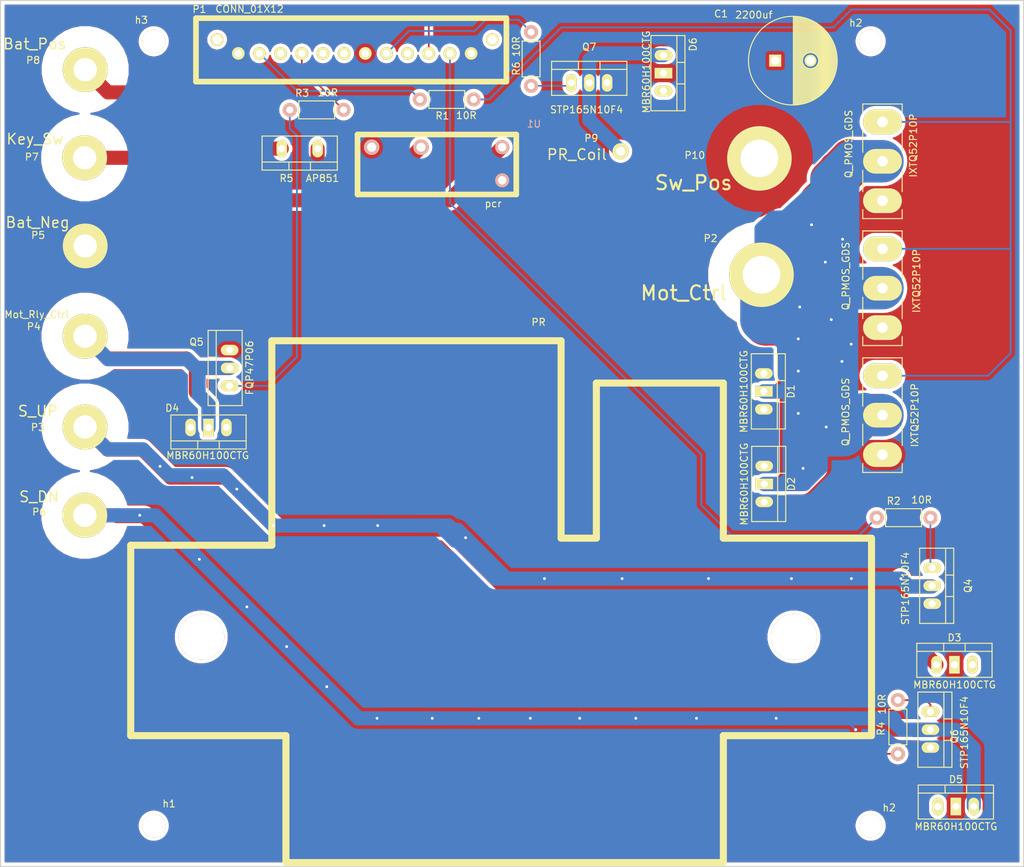
<source format=kicad_pcb>
(kicad_pcb (version 20171130) (host pcbnew 5.1.0-060a0da~80~ubuntu16.04.1)
  (layers (0 F.Cu signal) (31 B.Cu signal) (34 B.Paste user) (35 F.Paste user) (36 B.SilkS user) (37 F.SilkS user) (38 B.Mask user) (39 F.Mask user) (44 Edge.Cuts user))
  (net 0 "")
  (net 1 GNDPWR)
  (net 2 +12V)
  (net 3 "Net-(D1-Pad1)")
  (net 4 "Net-(D3-Pad2)")
  (net 5 "Net-(D4-Pad1)")
  (net 6 "Net-(D5-Pad2)")
  (net 7 "Net-(D6-Pad2)")
  (net 8 NMOS_S_UP)
  (net 9 NMOS_S_DN)
  (net 10 "Net-(P1-Pad4)")
  (net 11 NMOS_PR)
  (net 12 "Net-(P1-Pad7)")
  (net 13 "Net-(P1-Pad8)")
  (net 14 1PMOS)
  (net 15 "Net-(P1-Pad10)")
  (net 16 "Net-(P1-Pad11)")
  (net 17 "Net-(P7-Pad1)")
  (net 18 "Net-(P8-Pad1)")
  (net 19 3PMOS)
  (net 20 "Net-(Q4-Pad1)")
  (net 21 "Net-(Q5-Pad1)")
  (net 22 "Net-(Q6-Pad1)")
  (net 23 "Net-(Q7-Pad1)")
  (net 24 "Net-(R5-Pad1)")
  (module Diodes_ThroughHole:Diode_TO-220_Dual_CommonCathode_Vertical (layer F.Cu) (at 182.86254 141.5)
    (fp_text reference D5 (at 2.54762 -3.83794) (layer F.SilkS))
    (fp_text value MBR60H100CTG (at 2.55778 2.83972) (layer F.SilkS))
    (pad 2 thru_hole rect (at 2.53746 0 90) (size 2.49936 1.50114) (drill 1.00076) (layers *.Cu *.Mask F.SilkS) (net 2 +12V))
    (pad 1 thru_hole oval (at -0.00254 0 90) (size 2.49936 1.50114) (drill 1.00076) (layers *.Cu *.Mask F.SilkS))
    (pad 3 thru_hole oval (at 5.07746 0 90) (size 2.49936 1.50114) (drill 1.00076) (layers *.Cu *.Mask F.SilkS) (net 6 "Net-(D5-Pad2)"))
  )
  (module footprint:0.130'' (layer F.Cu) (at 59.925 47.5)
    (fp_text reference P7 (at -5.495 1.89) (layer F.SilkS))
    (fp_text value Key_Sw (at -5.05 -0.65) (layer F.SilkS) (effects (font (size 1.5 1.5) (thickness 0.2))))
    (pad 1 thru_hole circle (at 2 2) (size 6.35 6.35) (drill 3.302) (layers *.Cu *.Mask F.SilkS) (net 17 "Net-(P7-Pad1)") (clearance 3))
  )
  (module footprint:PR (layer F.Cu) (at 162.45 117.45 180)
    (fp_text reference PR (at 36.19 44.63 180) (layer F.SilkS))
    (fp_text value PR)
    (pad "" thru_hole circle (at 0 0 180) (size 6.5 6.5) (drill 6.5) (layers *.Cu *.Mask F.SilkS))
    (pad "" thru_hole circle (at 84 0 180) (size 6.5 6.5) (drill 6.5) (layers *.Cu *.Mask F.SilkS))
  )
  (module footprint:connnector12-1 (layer F.Cu) (at 116.7 34.7 180)
    (fp_text reference P1 (at 38.51 6.26 180) (layer F.SilkS))
    (fp_text value CONN_01X12 (at 31.41 6.29 180) (layer F.SilkS))
    (pad 1 thru_hole circle (at 0 0 180) (size 1.8 1.8) (drill 1.06) (layers *.Cu *.Mask F.SilkS) (net 1 GNDPWR))
    (pad 2 thru_hole circle (at 3 0 180) (size 1.8 1.8) (drill 1.06) (layers *.Cu *.Mask F.SilkS) (net 8 NMOS_S_UP))
    (pad 3 thru_hole circle (at 6 0 180) (size 1.8 1.8) (drill 1.06) (layers *.Cu *.Mask F.SilkS) (net 9 NMOS_S_DN))
    (pad 4 thru_hole circle (at 9 0 180) (size 1.8 1.8) (drill 1.06) (layers *.Cu *.Mask F.SilkS) (net 10 "Net-(P1-Pad4)"))
    (pad 5 thru_hole circle (at 12 0 180) (size 1.8 1.8) (drill 1.06) (layers *.Cu *.Mask F.SilkS) (net 11 NMOS_PR))
    (pad 6 thru_hole circle (at 15 0 180) (size 1.8 1.8) (drill 1.06) (layers *.Cu *.Mask F.SilkS) (net 2 +12V))
    (pad 7 thru_hole circle (at 18 0 180) (size 1.8 1.8) (drill 1.06) (layers *.Cu *.Mask F.SilkS) (net 12 "Net-(P1-Pad7)"))
    (pad 8 thru_hole circle (at 21 0 180) (size 1.8 1.8) (drill 1.06) (layers *.Cu *.Mask F.SilkS) (net 13 "Net-(P1-Pad8)"))
    (pad 9 thru_hole circle (at 24 0 180) (size 1.8 1.8) (drill 1.06) (layers *.Cu *.Mask F.SilkS) (net 14 1PMOS))
    (pad 10 thru_hole circle (at 27 0 180) (size 1.8 1.8) (drill 1.06) (layers *.Cu *.Mask F.SilkS) (net 15 "Net-(P1-Pad10)"))
    (pad 11 thru_hole circle (at 30 0 180) (size 1.8 1.8) (drill 1.06) (layers *.Cu *.Mask F.SilkS) (net 16 "Net-(P1-Pad11)"))
    (pad 12 thru_hole circle (at 33 0 180) (size 1.8 1.8) (drill 1.06) (layers *.Cu *.Mask F.SilkS) (net 1 GNDPWR))
    (pad "" thru_hole circle (at -3 1.96 180) (size 1.8 1.8) (drill 1.27) (layers *.Cu *.Mask F.SilkS))
    (pad "" thru_hole circle (at 36 1.96 180) (size 1.8 1.8) (drill 1.27) (layers *.Cu *.Mask F.SilkS))
  )
  (module footprint:PCR (layer B.Cu) (at 121.1 52.7 180)
    (fp_text reference U1 (at -4.5 8 180) (layer B.SilkS) (effects (justify mirror)))
    (fp_text value pcr (at 1.27 -3.3 180) (layer F.SilkS))
    (pad A2 thru_hole circle (at 0 0 180) (size 2 2) (drill 1.2) (layers *.Cu *.Mask B.SilkS) (net 1 GNDPWR))
    (pad A1 thru_hole circle (at 0 4.7 180) (size 2 2) (drill 1.2) (layers *.Cu *.Mask B.SilkS) (net 17 "Net-(P7-Pad1)"))
    (pad 11 thru_hole circle (at 11.5 4.7 180) (size 2.2 2.2) (drill 1.3) (layers *.Cu *.Mask B.SilkS) (net 24 "Net-(R5-Pad1)"))
    (pad 14 thru_hole circle (at 18.5 4.7 180) (size 2.2 2.2) (drill 1.3) (layers *.Cu *.Mask B.SilkS) (net 2 +12V))
  )
  (module footprint:0.210'' (layer F.Cu) (at 154.06 45.09)
    (fp_text reference P10 (at -5.66 4.06) (layer F.SilkS))
    (fp_text value Sw_Pos (at -5.835 7.96) (layer F.SilkS) (effects (font (size 2 2) (thickness 0.3))))
    (pad 1 thru_hole circle (at 3.5 4.5) (size 9.144 9.144) (drill 5.334) (layers *.Cu *.Mask F.SilkS) (net 2 +12V))
  )
  (module footprint:0.130'' (layer F.Cu) (at 60 35)
    (fp_text reference P8 (at -5.38 0.67) (layer F.SilkS))
    (fp_text value Bat_Pos hide)
    (pad 1 thru_hole circle (at 2 2) (size 6.35 6.35) (drill 3.302) (layers *.Cu *.Mask F.SilkS) (net 18 "Net-(P8-Pad1)"))
  )
  (module footprint:M_HOLE (layer F.Cu) (at 68.2 136.6)
    (fp_text reference h1 (at 5.69 4.51) (layer F.SilkS))
    (fp_text value M_HOLE hide)
    (pad 1 thru_hole circle (at 3.515 7.62) (size 3.2766 3.2766) (drill 3.2766) (layers *.Cu *.Mask F.SilkS))
  )
  (module footprint:M_HOLE (layer F.Cu) (at 174.4 133.6)
    (fp_text reference h2 (at 1.55 8.08) (layer F.SilkS))
    (fp_text value M_HOLE hide)
    (pad 1 thru_hole circle (at -1.075 10.62) (size 3.2766 3.2766) (drill 3.2766) (layers *.Cu *.Mask F.SilkS))
  )
  (module footprint:M_HOLE (layer F.Cu) (at 68 34.4)
    (fp_text reference h3 (at 1.96 -4.43) (layer F.SilkS))
    (fp_text value M_HOLE hide)
    (pad 1 thru_hole circle (at 3.715 -1.42) (size 3.2766 3.2766) (drill 3.2766) (layers *.Cu *.Mask F.SilkS))
  )
  (module footprint:M_HOLE (layer F.Cu) (at 174.4 33)
    (fp_text reference h2 (at -3.18 -2.62) (layer F.SilkS))
    (fp_text value M_HOLE hide)
    (pad 1 thru_hole circle (at -1.075 -0.02) (size 3.2766 3.2766) (drill 3.2766) (layers *.Cu *.Mask F.SilkS))
  )
  (module Capacitors_ThroughHole:C_Radial_D12.5_L25_P5 (layer F.Cu) (at 159.8 35.725)
    (fp_text reference C1 (at -7.68 -6.645) (layer F.SilkS))
    (fp_text value 2200uf (at -3.02 -6.485) (layer F.SilkS))
    (pad 2 thru_hole circle (at 5 0) (size 1.7 1.7) (drill 1.2) (layers *.Cu *.Mask F.SilkS) (net 1 GNDPWR))
    (pad 1 thru_hole rect (at 0 0) (size 1.7 1.7) (drill 1.2) (layers *.Cu *.Mask F.SilkS) (net 2 +12V))
  )
  (module Diodes_ThroughHole:Diode_TO-220_Dual_CommonCathode_Vertical (layer F.Cu) (at 158.19 80.09 270)
    (fp_text reference D1 (at 2.54762 -3.83794 270) (layer F.SilkS))
    (fp_text value MBR60H100CTG (at 2.55778 2.83972 270) (layer F.SilkS))
    (pad 2 thru_hole rect (at 2.53746 0) (size 2.49936 1.50114) (drill 1.00076) (layers *.Cu *.Mask F.SilkS) (net 3 "Net-(D1-Pad1)"))
    (pad 1 thru_hole oval (at -0.00254 0) (size 2.49936 1.50114) (drill 1.00076) (layers *.Cu *.Mask F.SilkS) (net 1 GNDPWR))
    (pad 3 thru_hole oval (at 5.07746 0) (size 2.49936 1.50114) (drill 1.00076) (layers *.Cu *.Mask F.SilkS) (net 1 GNDPWR))
  )
  (module Diodes_ThroughHole:Diode_TO-220_Dual_CommonCathode_Vertical (layer F.Cu) (at 158.242 93.22054 270)
    (fp_text reference D2 (at 2.54762 -3.83794 270) (layer F.SilkS))
    (fp_text value MBR60H100CTG (at 2.55778 2.83972 270) (layer F.SilkS))
    (pad 2 thru_hole rect (at 2.53746 0) (size 2.49936 1.50114) (drill 1.00076) (layers *.Cu *.Mask F.SilkS) (net 3 "Net-(D1-Pad1)"))
    (pad 1 thru_hole oval (at -0.00254 0) (size 2.49936 1.50114) (drill 1.00076) (layers *.Cu *.Mask F.SilkS) (net 1 GNDPWR))
    (pad 3 thru_hole oval (at 5.07746 0) (size 2.49936 1.50114) (drill 1.00076) (layers *.Cu *.Mask F.SilkS) (net 1 GNDPWR))
  )
  (module Diodes_ThroughHole:Diode_TO-220_Dual_CommonCathode_Vertical (layer F.Cu) (at 182.66254 121.4)
    (fp_text reference D3 (at 2.54762 -3.83794) (layer F.SilkS))
    (fp_text value MBR60H100CTG (at 2.55778 2.83972) (layer F.SilkS))
    (pad 2 thru_hole rect (at 2.53746 0 90) (size 2.49936 1.50114) (drill 1.00076) (layers *.Cu *.Mask F.SilkS) (net 2 +12V))
    (pad 1 thru_hole oval (at -0.00254 0 90) (size 2.49936 1.50114) (drill 1.00076) (layers *.Cu *.Mask F.SilkS) (net 4 "Net-(D3-Pad2)"))
    (pad 3 thru_hole oval (at 5.07746 0 90) (size 2.49936 1.50114) (drill 1.00076) (layers *.Cu *.Mask F.SilkS))
  )
  (module Diodes_ThroughHole:Diode_TO-220_Dual_CommonCathode_Vertical (layer F.Cu) (at 82.01246 87.75 180)
    (fp_text reference D4 (at 7.67746 2.755 180) (layer F.SilkS))
    (fp_text value MBR60H100CTG (at 2.65246 -3.97 180) (layer F.SilkS))
    (pad 2 thru_hole rect (at 2.53746 0 270) (size 2.49936 1.50114) (drill 1.00076) (layers *.Cu *.Mask F.SilkS) (net 5 "Net-(D4-Pad1)"))
    (pad 1 thru_hole oval (at -0.00254 0 270) (size 2.49936 1.50114) (drill 1.00076) (layers *.Cu *.Mask F.SilkS) (net 1 GNDPWR))
    (pad 3 thru_hole oval (at 5.07746 0 270) (size 2.49936 1.50114) (drill 1.00076) (layers *.Cu *.Mask F.SilkS) (net 1 GNDPWR))
  )
  (module Diodes_ThroughHole:Diode_TO-220_Dual_CommonCathode_Vertical (layer F.Cu) (at 143.96 34.96 270)
    (fp_text reference D6 (at -1.535 -4.19 270) (layer F.SilkS))
    (fp_text value MBR60H100CTG (at 2.365 2.435 270) (layer F.SilkS))
    (pad 2 thru_hole rect (at 2.53746 0) (size 2.49936 1.50114) (drill 1.00076) (layers *.Cu *.Mask F.SilkS) (net 2 +12V))
    (pad 1 thru_hole oval (at -0.00254 0) (size 2.49936 1.50114) (drill 1.00076) (layers *.Cu *.Mask F.SilkS) (net 7 "Net-(D6-Pad2)"))
    (pad 3 thru_hole oval (at 5.07746 0) (size 2.49936 1.50114) (drill 1.00076) (layers *.Cu *.Mask F.SilkS))
  )
  (module footprint:0.210'' (layer F.Cu) (at 154.36 61.59)
    (fp_text reference P2 (at -3.72 -0.66) (layer F.SilkS))
    (fp_text value Mot_Ctrl (at -7.535 7.085) (layer F.SilkS) (effects (font (size 2 2) (thickness 0.3))))
    (pad 1 thru_hole circle (at 3.5 4.5) (size 9.144 9.144) (drill 5.334) (layers *.Cu *.Mask F.SilkS) (net 3 "Net-(D1-Pad1)"))
  )
  (module footprint:0.130'' (layer F.Cu) (at 59.975 85.675)
    (fp_text reference P3 (at -4.685 2.055) (layer F.SilkS))
    (fp_text value S_UP (at -4.69 -0.25) (layer F.SilkS) (effects (font (size 1.5 1.5) (thickness 0.2))))
    (pad 1 thru_hole circle (at 2 2) (size 6.35 6.35) (drill 3.302) (layers *.Cu *.Mask F.SilkS) (net 4 "Net-(D3-Pad2)"))
  )
  (module footprint:0.130'' (layer F.Cu) (at 59.975 72.8)
    (fp_text reference P4 (at -5.255 0.64) (layer F.SilkS))
    (fp_text value Mot_Rly_Ctrl (at -4.83 -1.07) (layer F.SilkS))
    (pad 1 thru_hole circle (at 2 2) (size 6.35 6.35) (drill 3.302) (layers *.Cu *.Mask F.SilkS) (net 5 "Net-(D4-Pad1)"))
  )
  (module footprint:0.130'' (layer F.Cu) (at 60 60)
    (fp_text reference P5 (at -4.67 0.49) (layer F.SilkS))
    (fp_text value Bat_Neg (at -4.75 -1.325) (layer F.SilkS) (effects (font (size 1.5 1.5) (thickness 0.2))))
    (pad 1 thru_hole circle (at 2 2) (size 6.35 6.35) (drill 3.302) (layers *.Cu *.Mask F.SilkS) (net 1 GNDPWR))
  )
  (module footprint:0.130'' (layer F.Cu) (at 59.95 98.2)
    (fp_text reference P6 (at -4.48 1.53) (layer F.SilkS))
    (fp_text value S_DN (at -4.49 -0.62) (layer F.SilkS) (effects (font (size 1.5 1.5) (thickness 0.2))))
    (pad 1 thru_hole circle (at 2 2) (size 6.35 6.35) (drill 3.302) (layers *.Cu *.Mask F.SilkS) (net 6 "Net-(D5-Pad2)"))
  )
  (module footprint:0.05'' (layer F.Cu) (at 135.39 47.07)
    (fp_text reference P9 (at -1.66 -0.35) (layer F.SilkS))
    (fp_text value PR_Coil (at -3.69 1.98) (layer F.SilkS) (effects (font (size 1.5 1.5) (thickness 0.2))))
    (pad 1 thru_hole circle (at 2.5 1.5) (size 2.286 2.286) (drill 1.27) (layers *.Cu *.Mask F.SilkS) (net 7 "Net-(D6-Pad2)"))
  )
  (module TO_SOT_Packages_THT:TO-247_Vertical_Neutral123_largePads (layer F.Cu) (at 175 68 270)
    (fp_text reference "IXTQ52P10P " (at -1.41 -4.83 270) (layer F.SilkS))
    (fp_text value Q_PMOS_GDS (at -1.72 5.19 270) (layer F.SilkS))
    (pad 2 thru_hole oval (at 0 0) (size 5.50164 3.50012) (drill 1.50114) (layers *.Cu *.Mask F.SilkS) (net 3 "Net-(D1-Pad1)"))
    (pad 1 thru_hole oval (at -5.588 0) (size 5.50164 3.50012) (drill 1.50114) (layers *.Cu *.Mask F.SilkS) (net 19 3PMOS))
    (pad 3 thru_hole oval (at 5.588 0) (size 5.50164 3.50012) (drill 1.50114) (layers *.Cu *.Mask F.SilkS) (net 2 +12V))
  )
  (module TO_SOT_Packages_THT:TO-247_Vertical_Neutral123_largePads (layer F.Cu) (at 175 86 270)
    (fp_text reference "IXTQ52P10P " (at -0.36 -4.58 270) (layer F.SilkS))
    (fp_text value Q_PMOS_GDS (at -0.45 5.21 270) (layer F.SilkS))
    (pad 2 thru_hole oval (at 0 0) (size 5.50164 3.50012) (drill 1.50114) (layers *.Cu *.Mask F.SilkS) (net 3 "Net-(D1-Pad1)"))
    (pad 1 thru_hole oval (at -5.588 0) (size 5.50164 3.50012) (drill 1.50114) (layers *.Cu *.Mask F.SilkS) (net 19 3PMOS))
    (pad 3 thru_hole oval (at 5.588 0) (size 5.50164 3.50012) (drill 1.50114) (layers *.Cu *.Mask F.SilkS) (net 2 +12V))
  )
  (module TO_SOT_Packages_THT:TO-247_Vertical_Neutral123_largePads (layer F.Cu) (at 175 50 270)
    (fp_text reference "IXTQ52P10P " (at -2.62 -4.37 270) (layer F.SilkS))
    (fp_text value Q_PMOS_GDS (at -2.45 4.78 270) (layer F.SilkS))
    (pad 2 thru_hole oval (at 0 0) (size 5.50164 3.50012) (drill 1.50114) (layers *.Cu *.Mask F.SilkS) (net 3 "Net-(D1-Pad1)"))
    (pad 1 thru_hole oval (at -5.588 0) (size 5.50164 3.50012) (drill 1.50114) (layers *.Cu *.Mask F.SilkS) (net 19 3PMOS))
    (pad 3 thru_hole oval (at 5.588 0) (size 5.50164 3.50012) (drill 1.50114) (layers *.Cu *.Mask F.SilkS) (net 2 +12V))
  )
  (module TO_SOT_Packages_THT:TO-220_Neutral123_Vertical (layer F.Cu) (at 182.05 110.2 270)
    (fp_text reference Q4 (at 0 -5.08 270) (layer F.SilkS))
    (fp_text value "STP165N10F4 " (at 0 3.81 270) (layer F.SilkS))
    (pad 2 thru_hole oval (at 0 0) (size 2.49936 1.50114) (drill 1.00076) (layers *.Cu *.Mask F.SilkS) (net 4 "Net-(D3-Pad2)"))
    (pad 1 thru_hole oval (at -2.54 0) (size 2.49936 1.50114) (drill 1.00076) (layers *.Cu *.Mask F.SilkS) (net 20 "Net-(Q4-Pad1)"))
    (pad 3 thru_hole oval (at 2.54 0) (size 2.49936 1.50114) (drill 1.00076) (layers *.Cu *.Mask F.SilkS) (net 1 GNDPWR))
  )
  (module TO_SOT_Packages_THT:TO-220_Neutral123_Vertical (layer F.Cu) (at 82.47 79.31 90)
    (fp_text reference Q5)
    (fp_text value "FQP47P06 " (at 0.41 2.83 90) (layer F.SilkS))
    (pad 2 thru_hole oval (at 0 0 180) (size 2.49936 1.50114) (drill 1.00076) (layers *.Cu *.Mask F.SilkS) (net 5 "Net-(D4-Pad1)"))
    (pad 1 thru_hole oval (at -2.54 0 180) (size 2.49936 1.50114) (drill 1.00076) (layers *.Cu *.Mask F.SilkS) (net 21 "Net-(Q5-Pad1)"))
    (pad 3 thru_hole oval (at 2.54 0 180) (size 2.49936 1.50114) (drill 1.00076) (layers *.Cu *.Mask F.SilkS) (net 2 +12V))
  )
  (module TO_SOT_Packages_THT:TO-220_Neutral123_Vertical (layer F.Cu) (at 181.8 130.6 270)
    (fp_text reference Q6 (at 0.95 -3.41 270) (layer F.SilkS))
    (fp_text value "STP165N10F4 " (at 0.025 -4.8 270) (layer F.SilkS))
    (pad 2 thru_hole oval (at 0 0) (size 2.49936 1.50114) (drill 1.00076) (layers *.Cu *.Mask F.SilkS) (net 6 "Net-(D5-Pad2)"))
    (pad 1 thru_hole oval (at -2.54 0) (size 2.49936 1.50114) (drill 1.00076) (layers *.Cu *.Mask F.SilkS) (net 22 "Net-(Q6-Pad1)"))
    (pad 3 thru_hole oval (at 2.54 0) (size 2.49936 1.50114) (drill 1.00076) (layers *.Cu *.Mask F.SilkS) (net 1 GNDPWR))
  )
  (module TO_SOT_Packages_THT:TO-220_Neutral123_Vertical (layer F.Cu) (at 133.44 38.87)
    (fp_text reference Q7 (at 0 -5.08) (layer F.SilkS))
    (fp_text value "STP165N10F4 " (at 0 3.81) (layer F.SilkS))
    (pad 2 thru_hole oval (at 0 0 90) (size 2.49936 1.50114) (drill 1.00076) (layers *.Cu *.Mask F.SilkS) (net 7 "Net-(D6-Pad2)"))
    (pad 1 thru_hole oval (at -2.54 0 90) (size 2.49936 1.50114) (drill 1.00076) (layers *.Cu *.Mask F.SilkS) (net 23 "Net-(Q7-Pad1)"))
    (pad 3 thru_hole oval (at 2.54 0 90) (size 2.49936 1.50114) (drill 1.00076) (layers *.Cu *.Mask F.SilkS) (net 1 GNDPWR))
  )
  (module Resistors_ThroughHole:Resistor_Horizontal_RM7mm (layer F.Cu) (at 109.44 41.23)
    (fp_text reference R1 (at 3.19 2.32) (layer F.SilkS))
    (fp_text value 10R (at 6.58 2.27) (layer F.SilkS))
    (pad 1 thru_hole circle (at 0 0) (size 1.99898 1.99898) (drill 1.00076) (layers *.Cu *.SilkS *.Mask) (net 16 "Net-(P1-Pad11)"))
    (pad 2 thru_hole circle (at 7.62 0) (size 1.99898 1.99898) (drill 1.00076) (layers *.Cu *.SilkS *.Mask) (net 19 3PMOS))
  )
  (module Resistors_ThroughHole:Resistor_Horizontal_RM7mm (layer F.Cu) (at 181.8 100.54 180)
    (fp_text reference R2 (at 5.21 2.36 180) (layer F.SilkS))
    (fp_text value 10R (at 1.25 2.52 180) (layer F.SilkS))
    (pad 1 thru_hole circle (at 0 0 180) (size 1.99898 1.99898) (drill 1.00076) (layers *.Cu *.SilkS *.Mask) (net 20 "Net-(Q4-Pad1)"))
    (pad 2 thru_hole circle (at 7.62 0 180) (size 1.99898 1.99898) (drill 1.00076) (layers *.Cu *.SilkS *.Mask) (net 8 NMOS_S_UP))
  )
  (module Resistors_ThroughHole:Resistor_Horizontal_RM7mm (layer F.Cu) (at 91 42.71)
    (fp_text reference R3 (at 1.75 -2.38) (layer F.SilkS))
    (fp_text value 10R (at 5.37 -2.44) (layer F.SilkS))
    (pad 1 thru_hole circle (at 0 0) (size 1.99898 1.99898) (drill 1.00076) (layers *.Cu *.SilkS *.Mask) (net 21 "Net-(Q5-Pad1)"))
    (pad 2 thru_hole circle (at 7.62 0) (size 1.99898 1.99898) (drill 1.00076) (layers *.Cu *.SilkS *.Mask) (net 14 1PMOS))
  )
  (module Resistors_ThroughHole:Resistor_Horizontal_RM7mm (layer F.Cu) (at 177.19 126.41 270)
    (fp_text reference R4 (at 4.05 2.4 270) (layer F.SilkS))
    (fp_text value 22)
    (pad 1 thru_hole circle (at 0 0 270) (size 1.99898 1.99898) (drill 1.00076) (layers *.Cu *.SilkS *.Mask) (net 22 "Net-(Q6-Pad1)"))
    (pad 2 thru_hole circle (at 7.62 0 270) (size 1.99898 1.99898) (drill 1.00076) (layers *.Cu *.SilkS *.Mask) (net 9 NMOS_S_DN))
  )
  (module Resistors_ThroughHole:Resistor_TO-220_Vertical (layer F.Cu) (at 92.4 48.2 180)
    (fp_text reference R5 (at 1.87 -4.21 180) (layer F.SilkS))
    (fp_text value AP851 (at -3.24 -4.21 180) (layer F.SilkS))
    (pad 1 thru_hole oval (at -2.54 0 270) (size 2.49936 1.50114) (drill 1.00076) (layers *.Cu *.Mask F.SilkS) (net 24 "Net-(R5-Pad1)"))
    (pad 2 thru_hole oval (at 2.54 0 270) (size 2.49936 1.50114) (drill 1.00076) (layers *.Cu *.Mask F.SilkS) (net 18 "Net-(P8-Pad1)"))
  )
  (module Resistors_ThroughHole:Resistor_Horizontal_RM7mm (layer F.Cu) (at 125.2 39.3 90)
    (fp_text reference R6 (at 2.45 -2.11 90) (layer F.SilkS))
    (fp_text value 10R (at 5.57 -2.11 90) (layer F.SilkS))
    (pad 1 thru_hole circle (at 0 0 90) (size 1.99898 1.99898) (drill 1.00076) (layers *.Cu *.SilkS *.Mask) (net 23 "Net-(Q7-Pad1)"))
    (pad 2 thru_hole circle (at 7.62 0 90) (size 1.99898 1.99898) (drill 1.00076) (layers *.Cu *.SilkS *.Mask) (net 11 NMOS_PR))
  )
  (gr_text "Q5\n" (at 77.775 75.625) (layer F.SilkS) (effects (font (size 1 1))))
  (gr_text 10R (at 174.94 126.99 90) (layer F.SilkS) (effects (font (size 1 1))))
  (gr_text Bat_Pos (at 54.85 33.36) (layer F.SilkS) (effects (font (size 1.5 1.5) (thickness 0.2))))
  (gr_line (start 50 94) (end 50 150) (angle 90) (layer Edge.Cuts) (width 0.15))
  (gr_line (start 50 27.2) (end 50 94) (angle 90) (layer Edge.Cuts) (width 0.15))
  (gr_line (start 50.2 27.2) (end 50 27.2) (angle 90) (layer Edge.Cuts) (width 0.15))
  (gr_line (start 195 27.2) (end 50.2 27.2) (angle 90) (layer Edge.Cuts) (width 0.15))
  (gr_line (start 195 150) (end 195 27.2) (angle 90) (layer Edge.Cuts) (width 0.15))
  (gr_line (start 50 150) (end 195 150) (angle 90) (layer Edge.Cuts) (width 0.15))
  (segment (start 159.77 68) (end 165.37 68) (width 5) (layer F.Cu) (net 3))
  (segment (start 162.431999 73.131999) (end 165.37 76.07) (width 5) (layer F.Cu) (net 3))
  (segment (start 165.37 76.07) (end 165.37 68) (width 5) (layer F.Cu) (net 3))
  (segment (start 165.805 58.145) (end 165.37 58.58) (width 5) (layer F.Cu) (net 3))
  (segment (start 165.805 55.575) (end 165.805 58.145) (width 5) (layer F.Cu) (net 3))
  (segment (start 165.805 55.575) (end 169.555 51.825) (width 5) (layer F.Cu) (net 3))
  (segment (start 165.37 68) (end 168.65 68) (width 5) (layer F.Cu) (net 3))
  (segment (start 168.65 68) (end 175 68) (width 5) (layer F.Cu) (net 3))
  (segment (start 157.86 66.09) (end 164.325784 66.09) (width 5) (layer F.Cu) (net 3))
  (segment (start 159.77 68) (end 157.86 66.09) (width 6) (layer F.Cu) (net 3))
  (segment (start 175 50) (end 172.586784 50) (width 6) (layer F.Cu) (net 3))
  (segment (start 172.586784 50) (end 171.38 50) (width 6) (layer F.Cu) (net 3))
  (segment (start 175 86) (end 169.566 86) (width 6) (layer F.Cu) (net 3))
  (segment (start 169.566 86) (end 169.312 86) (width 6) (layer F.Cu) (net 3))
  (segment (start 163.068 71.298) (end 157.86 66.09) (width 6) (layer F.Cu) (net 3))
  (segment (start 163.068 79.756) (end 163.068 71.298) (width 6) (layer F.Cu) (net 3))
  (segment (start 157.86 72.555784) (end 158.436215 73.131999) (width 6) (layer F.Cu) (net 3))
  (segment (start 158.436215 73.131999) (end 162.431999 73.131999) (width 6) (layer F.Cu) (net 3))
  (segment (start 157.86 66.09) (end 157.86 72.555784) (width 6) (layer F.Cu) (net 3))
  (segment (start 172.586784 86) (end 172.438784 85.852) (width 6) (layer B.Cu) (net 3))
  (segment (start 175 86) (end 172.586784 86) (width 6) (layer B.Cu) (net 3))
  (segment (start 169.04917 68.04283) (end 165.97683 68.04283) (width 6) (layer B.Cu) (net 3))
  (segment (start 169.092 68) (end 169.04917 68.04283) (width 6) (layer B.Cu) (net 3))
  (segment (start 165.97683 68.04283) (end 165.934 68) (width 6) (layer B.Cu) (net 3))
  (segment (start 175 68) (end 169.092 68) (width 6) (layer B.Cu) (net 3))
  (segment (start 175 50) (end 170.726 50) (width 6) (layer B.Cu) (net 3))
  (segment (start 170.726 50) (end 167.748 52.978) (width 6) (layer B.Cu) (net 3))
  (segment (start 167.748 84.436) (end 169.164 85.852) (width 6) (layer B.Cu) (net 3))
  (segment (start 157.86 72.555784) (end 158.18 72.875784) (width 6) (layer B.Cu) (net 3))
  (segment (start 157.86 66.09) (end 157.86 72.555784) (width 6) (layer B.Cu) (net 3))
  (segment (start 158.18 72.875784) (end 160.765784 72.875784) (width 6) (layer B.Cu) (net 3))
  (segment (start 160.765784 72.875784) (end 163.068 75.178) (width 6) (layer B.Cu) (net 3))
  (segment (start 163.068 79.756) (end 163.068 75.178) (width 6) (layer B.Cu) (net 3))
  (segment (start 157.86 66.09) (end 162.431999 61.518001) (width 6) (layer B.Cu) (net 3))
  (segment (start 163.272001 70.661999) (end 165.934 68) (width 6) (layer B.Cu) (net 3))
  (segment (start 162.431999 70.661999) (end 163.272001 70.661999) (width 6) (layer B.Cu) (net 3))
  (segment (start 157.86 66.09) (end 162.431999 70.661999) (width 6) (layer B.Cu) (net 3))
  (segment (start 157.86 66.09) (end 162.59 66.09) (width 6) (layer B.Cu) (net 3))
  (segment (start 167.748 86.96168) (end 167.748 84.436) (width 2) (layer B.Cu) (net 3))
  (segment (start 165.934 85.796) (end 165.934 82.622) (width 2) (layer B.Cu) (net 3))
  (segment (start 164.47 89.89) (end 164.64484 90.06484) (width 2) (layer B.Cu) (net 3))
  (segment (start 164.64484 87.08516) (end 164.99 86.74) (width 2) (layer B.Cu) (net 3))
  (segment (start 164.99 86.74) (end 165.934 85.796) (width 2) (layer B.Cu) (net 3))
  (segment (start 164.64484 90.06484) (end 164.64484 87.08516) (width 2) (layer B.Cu) (net 3))
  (segment (start 164.99 86.74) (end 166.09 86.74) (width 2) (layer B.Cu) (net 3))
  (segment (start 166.09 86.74) (end 167.02984 87.67984) (width 2) (layer B.Cu) (net 3))
  (segment (start 167.02984 87.67984) (end 167.748 86.96168) (width 2) (layer B.Cu) (net 3))
  (segment (start 164.64484 90.06484) (end 167.02984 87.67984) (width 2) (layer B.Cu) (net 3))
  (segment (start 169.312 86) (end 168.811 85.499) (width 6) (layer F.Cu) (net 3))
  (via (at 163.068 75.178) (size 0.6) (drill 0.4) (layers F.Cu B.Cu) (net 3))
  (segment (start 165.794 72.452) (end 163.068 75.178) (width 0.25) (layer B.Cu) (net 3))
  (segment (start 167.748 72.452) (end 165.794 72.452) (width 0.25) (layer B.Cu) (net 3))
  (via (at 163.068 79.756) (size 0.6) (drill 0.4) (layers F.Cu B.Cu) (net 3))
  (segment (start 167.748 75.076) (end 163.068 79.756) (width 0.25) (layer B.Cu) (net 3))
  (segment (start 167.748 72.452) (end 167.748 75.076) (width 0.25) (layer B.Cu) (net 3))
  (via (at 163.272001 70.661999) (size 0.6) (drill 0.4) (layers F.Cu B.Cu) (net 3))
  (segment (start 161.378216 72.555784) (end 163.272001 70.661999) (width 0.25) (layer B.Cu) (net 3))
  (segment (start 157.86 72.555784) (end 161.378216 72.555784) (width 0.25) (layer B.Cu) (net 3))
  (segment (start 167.748 84.436) (end 165.934 82.622) (width 0.25) (layer B.Cu) (net 3))
  (segment (start 162.1625 80.6615) (end 163.068 79.756) (width 2) (layer F.Cu) (net 3))
  (segment (start 162.1625 89.7875) (end 163.575 88.375) (width 2) (layer F.Cu) (net 3))
  (segment (start 163.575 88.375) (end 163.575 84.175) (width 2) (layer F.Cu) (net 3))
  (segment (start 164.8875 87.0625) (end 164.8875 85.4875) (width 2) (layer F.Cu) (net 3))
  (segment (start 164.8875 85.4875) (end 163.575 84.175) (width 2) (layer F.Cu) (net 3))
  (segment (start 163.575 88.375) (end 164.8875 87.0625) (width 2) (layer F.Cu) (net 3))
  (segment (start 161.85 89.88) (end 161.84 89.89) (width 2) (layer B.Cu) (net 3))
  (segment (start 161.85 80.974) (end 163.068 79.756) (width 2) (layer B.Cu) (net 3))
  (segment (start 163.068 80.180264) (end 163.068 79.756) (width 2) (layer B.Cu) (net 3))
  (segment (start 162.9775 88.7525) (end 163.068 88.662) (width 2) (layer B.Cu) (net 3))
  (segment (start 162.9775 88.7525) (end 164.99 86.74) (width 2) (layer B.Cu) (net 3))
  (segment (start 161.84 89.89) (end 162.9775 88.7525) (width 2) (layer B.Cu) (net 3))
  (segment (start 164.64484 83.91116) (end 165.934 82.622) (width 2) (layer B.Cu) (net 3))
  (segment (start 164.64484 87.08516) (end 164.64484 83.91116) (width 2) (layer B.Cu) (net 3))
  (segment (start 157.86 66.09) (end 157.86 61.64) (width 2) (layer B.Cu) (net 3))
  (segment (start 166.522 52.978) (end 167.748 52.978) (width 2) (layer B.Cu) (net 3))
  (segment (start 163.4 60.55) (end 157.86 66.09) (width 2) (layer B.Cu) (net 3))
  (segment (start 162.431999 61.518001) (end 162.431999 58.568001) (width 2) (layer B.Cu) (net 3))
  (segment (start 157.86 66.09) (end 164.95 59) (width 2) (layer B.Cu) (net 3))
  (segment (start 164.95 56.85) (end 165 56) (width 2) (layer B.Cu) (net 3))
  (segment (start 162.431999 58.568001) (end 164.95 56.85) (width 2) (layer B.Cu) (net 3))
  (segment (start 169.836562 50) (end 175 50) (width 2) (layer F.Cu) (net 3))
  (segment (start 160.487999 58.162001) (end 161.674561 58.162001) (width 2) (layer F.Cu) (net 3))
  (segment (start 167.475 50) (end 167.325 50.15) (width 2) (layer F.Cu) (net 3))
  (segment (start 175 50) (end 167.475 50) (width 2) (layer F.Cu) (net 3))
  (segment (start 167.475 50) (end 167.475 52.25) (width 2) (layer F.Cu) (net 3))
  (segment (start 167.475 52.25) (end 167.275 52.45) (width 2) (layer F.Cu) (net 3))
  (segment (start 169.555 51.825) (end 167.275 52.45) (width 5) (layer F.Cu) (net 3))
  (segment (start 170.875 50) (end 170.25 49.375) (width 2) (layer F.Cu) (net 3))
  (segment (start 175 50) (end 170.875 50) (width 2) (layer F.Cu) (net 3))
  (segment (start 170.25 49.375) (end 171.38 50) (width 5) (layer F.Cu) (net 3))
  (segment (start 167.275 52.45) (end 170.25 49.375) (width 5) (layer F.Cu) (net 3))
  (segment (start 158.159216 59.325) (end 158.325 59.325) (width 2) (layer F.Cu) (net 3))
  (segment (start 157.86 59.624216) (end 158.159216 59.325) (width 2) (layer F.Cu) (net 3))
  (segment (start 157.86 66.09) (end 157.86 59.624216) (width 2) (layer F.Cu) (net 3))
  (segment (start 158.325 59.325) (end 160.487999 58.162001) (width 2) (layer F.Cu) (net 3))
  (segment (start 164.325784 65.400784) (end 159.15 60.225) (width 2) (layer F.Cu) (net 3))
  (segment (start 164.325784 66.09) (end 164.325784 65.400784) (width 2) (layer F.Cu) (net 3))
  (segment (start 164.18 58.58) (end 162.55 56.95) (width 2) (layer F.Cu) (net 3))
  (segment (start 165.37 58.58) (end 164.18 58.58) (width 2) (layer F.Cu) (net 3))
  (segment (start 161.674561 58.162001) (end 162.55 56.95) (width 2) (layer F.Cu) (net 3))
  (segment (start 160.487999 59.662999) (end 162.6 61.775) (width 2) (layer F.Cu) (net 3))
  (segment (start 160.487999 58.162001) (end 160.487999 59.662999) (width 2) (layer F.Cu) (net 3))
  (segment (start 161.674561 58.499561) (end 163.15 59.975) (width 2) (layer F.Cu) (net 3))
  (segment (start 161.674561 58.162001) (end 161.674561 58.499561) (width 2) (layer F.Cu) (net 3))
  (segment (start 165.37 58.58) (end 163.15 59.975) (width 5) (layer F.Cu) (net 3))
  (segment (start 159.975 59.325) (end 161.925 57.375) (width 2) (layer F.Cu) (net 3))
  (segment (start 158.325 59.325) (end 159.975 59.325) (width 2) (layer F.Cu) (net 3))
  (segment (start 161.925 57.375) (end 169.836562 50) (width 2) (layer F.Cu) (net 3))
  (segment (start 162.55 56.95) (end 161.925 57.375) (width 2) (layer F.Cu) (net 3))
  (segment (start 161.43968 82.62746) (end 162.1625 81.90464) (width 2) (layer F.Cu) (net 3))
  (segment (start 162.1625 81.90464) (end 162.1625 80.6615) (width 2) (layer F.Cu) (net 3))
  (segment (start 158.19 82.62746) (end 161.43968 82.62746) (width 2) (layer F.Cu) (net 3))
  (segment (start 161.70246 82.62746) (end 161.85 82.775) (width 2) (layer B.Cu) (net 3))
  (segment (start 158.19 82.62746) (end 161.70246 82.62746) (width 2) (layer B.Cu) (net 3))
  (segment (start 161.85 82.775) (end 161.85 80.974) (width 2) (layer B.Cu) (net 3))
  (segment (start 161.85 89.88) (end 161.85 82.775) (width 2) (layer B.Cu) (net 3))
  (segment (start 163.068 80.99914) (end 163.068 80.180264) (width 2) (layer B.Cu) (net 3))
  (segment (start 161.43968 82.62746) (end 163.068 80.99914) (width 2) (layer B.Cu) (net 3))
  (segment (start 158.19 82.62746) (end 161.43968 82.62746) (width 2) (layer B.Cu) (net 3))
  (segment (start 158.19 82.62746) (end 160.19654 82.62746) (width 2) (layer F.Cu) (net 3))
  (segment (start 161.49168 95.758) (end 162.1625 95.08718) (width 2) (layer F.Cu) (net 3))
  (segment (start 158.242 95.758) (end 161.49168 95.758) (width 2) (layer F.Cu) (net 3))
  (segment (start 162.1625 89.7875) (end 162.1625 86.8375) (width 2) (layer F.Cu) (net 3))
  (segment (start 162.1625 95.08718) (end 162.1625 86.8375) (width 2) (layer F.Cu) (net 3))
  (segment (start 162.1625 86.8375) (end 162.1625 80.6615) (width 2) (layer F.Cu) (net 3))
  (segment (start 161.49168 95.758) (end 164.2 93.04968) (width 2) (layer F.Cu) (net 3))
  (segment (start 164.2 93.04968) (end 164.2 90.11) (width 2) (layer F.Cu) (net 3))
  (segment (start 163.517 95.758) (end 165.675 93.6) (width 2) (layer F.Cu) (net 3))
  (segment (start 165.675 93.6) (end 165.675 91.325) (width 2) (layer F.Cu) (net 3))
  (segment (start 168.811 88.189) (end 168.811 85.499) (width 2) (layer F.Cu) (net 3))
  (segment (start 165.675 91.325) (end 168.811 88.189) (width 2) (layer F.Cu) (net 3))
  (segment (start 163.575 92.42468) (end 164.2 93.04968) (width 2) (layer F.Cu) (net 3))
  (segment (start 163.575 88.375) (end 163.575 92.42468) (width 2) (layer F.Cu) (net 3))
  (segment (start 161.85 95.39968) (end 161.85 89.88) (width 2) (layer B.Cu) (net 3))
  (segment (start 161.49168 95.758) (end 161.85 95.39968) (width 2) (layer B.Cu) (net 3))
  (segment (start 158.242 95.758) (end 161.49168 95.758) (width 2) (layer B.Cu) (net 3))
  (segment (start 166.25 93.45) (end 166.25 90.875) (width 2) (layer B.Cu) (net 3))
  (segment (start 173.99924 86) (end 175 86) (width 2) (layer B.Cu) (net 3))
  (segment (start 169.12424 90.875) (end 173.99924 86) (width 2) (layer B.Cu) (net 3))
  (segment (start 166.25 90.875) (end 169.12424 90.875) (width 2) (layer B.Cu) (net 3))
  (segment (start 158.242 95.758) (end 161.492 95.758) (width 2) (layer B.Cu) (net 3))
  (segment (start 161.492 95.758) (end 163.942 95.758) (width 2) (layer B.Cu) (net 3))
  (segment (start 167.375 89.35) (end 167.375 87.641) (width 2) (layer B.Cu) (net 3))
  (segment (start 167.375 87.641) (end 169.164 85.852) (width 2) (layer B.Cu) (net 3))
  (segment (start 161.492 95.758) (end 161.492 95.233) (width 2) (layer B.Cu) (net 3))
  (segment (start 161.85 91.6) (end 164.95 94.7) (width 2) (layer B.Cu) (net 3))
  (segment (start 161.85 89.88) (end 161.85 91.6) (width 2) (layer B.Cu) (net 3))
  (segment (start 164.95 94.7) (end 166.25 93.45) (width 2) (layer B.Cu) (net 3))
  (segment (start 163.942 95.758) (end 164.95 94.7) (width 2) (layer B.Cu) (net 3))
  (segment (start 162.7 89.175) (end 162.7 90.45) (width 2) (layer B.Cu) (net 3))
  (segment (start 162.7 90.45) (end 164.925 92.675) (width 2) (layer B.Cu) (net 3))
  (segment (start 162.7 89.175) (end 164.47 89.89) (width 2) (layer B.Cu) (net 3))
  (segment (start 161.84 89.89) (end 162.7 89.175) (width 2) (layer B.Cu) (net 3))
  (segment (start 164.47 90.62) (end 165.025 91.175) (width 2) (layer B.Cu) (net 3))
  (segment (start 165.025 91.175) (end 167.375 89.35) (width 2) (layer B.Cu) (net 3))
  (segment (start 164.47 89.89) (end 164.47 90.62) (width 2) (layer B.Cu) (net 3))
  (segment (start 164.925 92.675) (end 165.025 91.175) (width 2) (layer B.Cu) (net 3))
  (segment (start 167.375 89.35) (end 169.05 89.35) (width 2) (layer B.Cu) (net 3))
  (segment (start 169.55 88.85) (end 169.164 85.852) (width 6) (layer B.Cu) (net 3))
  (segment (start 172.438784 85.852) (end 169.55 88.85) (width 6) (layer B.Cu) (net 3))
  (via (at 167.02984 87.67984) (size 0.6) (drill 0.4) (layers F.Cu B.Cu) (net 3))
  (segment (start 165.53468 89.175) (end 167.02984 87.67984) (width 0.25) (layer B.Cu) (net 3))
  (segment (start 162.7 89.175) (end 165.53468 89.175) (width 0.25) (layer B.Cu) (net 3))
  (via (at 163.068 85.752) (size 0.6) (drill 0.4) (layers F.Cu B.Cu) (net 3))
  (segment (start 163.068 88.662) (end 163.068 85.752) (width 2) (layer B.Cu) (net 3))
  (segment (start 164.47 87.154) (end 163.068 85.752) (width 0.25) (layer B.Cu) (net 3))
  (segment (start 163.068 85.752) (end 163.068 80.180264) (width 2) (layer B.Cu) (net 3))
  (segment (start 164.47 89.89) (end 164.47 87.154) (width 0.25) (layer B.Cu) (net 3))
  (segment (start 161.492 95.233) (end 163.747971 93.552029) (width 2) (layer B.Cu) (net 3))
  (via (at 163.747971 93.552029) (size 0.6) (drill 0.4) (layers F.Cu B.Cu) (net 3))
  (segment (start 163.747971 93.552029) (end 164.925 92.675) (width 2) (layer B.Cu) (net 3))
  (segment (start 162.7 90.45) (end 162.7 92.504058) (width 0.25) (layer B.Cu) (net 3))
  (segment (start 162.7 92.504058) (end 163.747971 93.552029) (width 0.25) (layer B.Cu) (net 3))
  (via (at 164.95 59) (size 0.6) (drill 0.4) (layers F.Cu B.Cu) (net 3))
  (segment (start 164.95 56.85) (end 164.95 59) (width 0.25) (layer B.Cu) (net 3))
  (via (at 169.26 78.38) (size 0.6) (drill 0.4) (layers F.Cu B.Cu) (net 3))
  (segment (start 162.1625 80.6615) (end 166.9785 80.6615) (width 0.25) (layer F.Cu) (net 3))
  (segment (start 167.748 76.868) (end 167.748 72.452) (width 0.25) (layer B.Cu) (net 3))
  (segment (start 169.26 78.38) (end 167.748 76.868) (width 0.25) (layer B.Cu) (net 3))
  (via (at 170.57 75.93) (size 0.6) (drill 0.4) (layers F.Cu B.Cu) (net 3))
  (segment (start 167.748 73.108) (end 170.57 75.93) (width 0.25) (layer B.Cu) (net 3))
  (segment (start 167.748 72.452) (end 167.748 73.108) (width 0.25) (layer B.Cu) (net 3))
  (segment (start 170.57 75.93) (end 169.29 74.65) (width 0.25) (layer F.Cu) (net 3))
  (segment (start 169.29 68) (end 159.77 68) (width 6) (layer F.Cu) (net 3))
  (segment (start 169.29 74.65) (end 169.29 68) (width 0.25) (layer F.Cu) (net 3))
  (segment (start 175 68) (end 169.29 68) (width 6) (layer F.Cu) (net 3))
  (via (at 169.35 61.06) (size 0.6) (drill 0.4) (layers F.Cu B.Cu) (net 3))
  (segment (start 166.87 58.58) (end 169.35 61.06) (width 0.25) (layer F.Cu) (net 3))
  (segment (start 165.37 58.58) (end 166.87 58.58) (width 0.25) (layer F.Cu) (net 3))
  (segment (start 167.748 62.662) (end 167.748 66.656) (width 0.25) (layer B.Cu) (net 3))
  (segment (start 169.35 61.06) (end 167.748 62.662) (width 0.25) (layer B.Cu) (net 3))
  (via (at 167.748 72.452) (size 0.6) (drill 0.4) (layers F.Cu B.Cu) (net 3))
  (segment (start 167.748 66.656) (end 167.748 72.452) (width 0.25) (layer B.Cu) (net 3))
  (via (at 166.9 64.3) (size 0.6) (drill 0.4) (layers F.Cu B.Cu) (net 3))
  (segment (start 163.4 60.55) (end 163.4 60.8) (width 0.25) (layer B.Cu) (net 3))
  (segment (start 169.29 66.69) (end 169.29 68) (width 0.25) (layer F.Cu) (net 3))
  (segment (start 166.9 64.3) (end 169.29 66.69) (width 0.25) (layer F.Cu) (net 3))
  (segment (start 173.95 50) (end 175 50) (width 2) (layer F.Cu) (net 3))
  (segment (start 170.875 50) (end 170.875 50.505) (width 2) (layer F.Cu) (net 3))
  (segment (start 169.79 66.86) (end 168.65 68) (width 2) (layer F.Cu) (net 3))
  (segment (start 169.79 51.59) (end 169.79 66.86) (width 2) (layer F.Cu) (net 3))
  (segment (start 171.38 50) (end 169.79 51.59) (width 2) (layer F.Cu) (net 3))
  (segment (start 167.11 65.82) (end 169.29 68) (width 2) (layer F.Cu) (net 3))
  (segment (start 167.11 54.27) (end 167.11 65.82) (width 2) (layer F.Cu) (net 3))
  (segment (start 170.875 50.505) (end 167.11 54.27) (width 2) (layer F.Cu) (net 3))
  (segment (start 167.11 54.27) (end 165.805 55.575) (width 2) (layer F.Cu) (net 3))
  (segment (start 165.805 55.575) (end 166.405 55.575) (width 2) (layer F.Cu) (net 3))
  (segment (start 168.65 57.82) (end 168.65 68) (width 2) (layer F.Cu) (net 3))
  (segment (start 166.405 55.575) (end 168.65 57.82) (width 2) (layer F.Cu) (net 3))
  (segment (start 165.37 64.08) (end 167.11 65.82) (width 2) (layer F.Cu) (net 3))
  (segment (start 165.37 58.58) (end 165.37 64.08) (width 2) (layer F.Cu) (net 3))
  (segment (start 162.36 61.59) (end 162.36 61.67) (width 2) (layer F.Cu) (net 3))
  (segment (start 157.86 66.09) (end 162.36 61.59) (width 2) (layer F.Cu) (net 3))
  (segment (start 162.36 61.59) (end 173.95 50) (width 2) (layer F.Cu) (net 3))
  (segment (start 164.99 64.3) (end 166.9 64.3) (width 2) (layer F.Cu) (net 3))
  (segment (start 162.36 61.67) (end 164.99 64.3) (width 2) (layer F.Cu) (net 3))
  (segment (start 168.65 68) (end 168.65 69.8) (width 2) (layer F.Cu) (net 3))
  (segment (start 168.65 69.8) (end 169.87 71.02) (width 2) (layer F.Cu) (net 3))
  (segment (start 169.87 85.442) (end 169.312 86) (width 2) (layer F.Cu) (net 3))
  (segment (start 169.87 71.02) (end 169.87 85.442) (width 2) (layer F.Cu) (net 3))
  (segment (start 168.65 68) (end 168.65 78.99) (width 2) (layer F.Cu) (net 3))
  (segment (start 168.65 78.99) (end 167.425 80.215) (width 2) (layer F.Cu) (net 3))
  (segment (start 167.425 80.215) (end 169.26 78.38) (width 0.25) (layer F.Cu) (net 3))
  (segment (start 166.9785 80.6615) (end 167.425 80.215) (width 0.25) (layer F.Cu) (net 3))
  (segment (start 167.425 80.215) (end 167.425 80.305) (width 2) (layer F.Cu) (net 3))
  (segment (start 168.811 81.691) (end 168.811 85.499) (width 2) (layer F.Cu) (net 3))
  (segment (start 167.425 80.305) (end 168.811 81.691) (width 2) (layer F.Cu) (net 3))
  (segment (start 165.37 76.07) (end 165.37 79.91) (width 2) (layer F.Cu) (net 3))
  (segment (start 168.811 83.351) (end 168.811 85.499) (width 2) (layer F.Cu) (net 3))
  (segment (start 165.37 79.91) (end 168.811 83.351) (width 2) (layer F.Cu) (net 3))
  (segment (start 165.73 76.07) (end 168.65 78.99) (width 2) (layer F.Cu) (net 3))
  (segment (start 165.37 76.07) (end 165.73 76.07) (width 2) (layer F.Cu) (net 3))
  (segment (start 165.37 78.25) (end 167.425 80.305) (width 2) (layer F.Cu) (net 3))
  (segment (start 165.37 76.07) (end 165.37 78.25) (width 2) (layer F.Cu) (net 3))
  (segment (start 163.068 83.468) (end 166.955 87.355) (width 2) (layer F.Cu) (net 3))
  (segment (start 163.068 79.756) (end 163.068 83.468) (width 2) (layer F.Cu) (net 3))
  (segment (start 166.955 87.355) (end 168.811 85.499) (width 2) (layer F.Cu) (net 3))
  (segment (start 164.2 90.11) (end 166.955 87.355) (width 2) (layer F.Cu) (net 3))
  (segment (start 163.068 79.756) (end 163.068 81.368) (width 2) (layer F.Cu) (net 3))
  (segment (start 167.199 85.499) (end 168.811 85.499) (width 2) (layer F.Cu) (net 3))
  (segment (start 163.068 81.368) (end 167.199 85.499) (width 2) (layer F.Cu) (net 3))
  (segment (start 163.068 79.756) (end 169.312 86) (width 2) (layer F.Cu) (net 3))
  (segment (start 160.19654 82.62746) (end 163.068 79.756) (width 2) (layer F.Cu) (net 3))
  (segment (start 161.43968 94.82032) (end 160.502 95.758) (width 2) (layer F.Cu) (net 3))
  (segment (start 161.43968 82.62746) (end 161.43968 94.82032) (width 2) (layer F.Cu) (net 3))
  (segment (start 160.502 95.758) (end 163.517 95.758) (width 2) (layer F.Cu) (net 3))
  (segment (start 158.242 95.758) (end 160.502 95.758) (width 2) (layer F.Cu) (net 3))
  (segment (start 167.748 66.74166) (end 169.04917 68.04283) (width 2) (layer B.Cu) (net 3))
  (segment (start 167.748 52.978) (end 167.748 66.74166) (width 2) (layer B.Cu) (net 3))
  (segment (start 170.726 50) (end 170.726 66.366) (width 2) (layer B.Cu) (net 3))
  (segment (start 169.27 54.5) (end 167.748 52.978) (width 2) (layer B.Cu) (net 3))
  (segment (start 169.27 60.98) (end 169.27 54.5) (width 2) (layer B.Cu) (net 3))
  (segment (start 169.35 67.04) (end 169.701 67.391) (width 2) (layer B.Cu) (net 3))
  (segment (start 169.701 67.391) (end 169.04917 68.04283) (width 2) (layer B.Cu) (net 3))
  (segment (start 169.35 61.06) (end 169.35 67.04) (width 2) (layer B.Cu) (net 3))
  (segment (start 170.726 66.366) (end 169.701 67.391) (width 2) (layer B.Cu) (net 3))
  (segment (start 167.748 53.252) (end 165 56) (width 2) (layer B.Cu) (net 3))
  (segment (start 167.748 52.978) (end 167.748 53.252) (width 2) (layer B.Cu) (net 3))
  (segment (start 165 56) (end 165.48 56) (width 2) (layer B.Cu) (net 3))
  (segment (start 165.48 56) (end 166.26 56.78) (width 2) (layer B.Cu) (net 3))
  (segment (start 166.26 67.674) (end 165.934 68) (width 2) (layer B.Cu) (net 3))
  (segment (start 166.26 56.78) (end 166.26 67.674) (width 2) (layer B.Cu) (net 3))
  (segment (start 164.12 61.52) (end 164.12 66.186) (width 2) (layer B.Cu) (net 3))
  (segment (start 163.4 60.8) (end 164.12 61.52) (width 0.25) (layer B.Cu) (net 3))
  (segment (start 164.12 61.52) (end 166.9 64.3) (width 0.25) (layer B.Cu) (net 3))
  (segment (start 165 66.64) (end 165.84 67.48) (width 2) (layer B.Cu) (net 3))
  (segment (start 165.84 67.48) (end 165.934 68) (width 2) (layer B.Cu) (net 3))
  (segment (start 165 56) (end 165 66.64) (width 2) (layer B.Cu) (net 3))
  (segment (start 164.12 66.186) (end 165.84 67.48) (width 2) (layer B.Cu) (net 3))
  (segment (start 169.04917 89.10083) (end 168.93 89.22) (width 2) (layer B.Cu) (net 3))
  (segment (start 169.04917 68.04283) (end 169.04917 89.10083) (width 2) (layer B.Cu) (net 3))
  (segment (start 168.93 89.22) (end 169.55 88.85) (width 2) (layer B.Cu) (net 3))
  (segment (start 169.05 89.35) (end 168.93 89.22) (width 2) (layer B.Cu) (net 3))
  (segment (start 170.57 69.56366) (end 169.04917 68.04283) (width 2) (layer B.Cu) (net 3))
  (segment (start 169.164 84.586) (end 170.57 83.18) (width 2) (layer B.Cu) (net 3))
  (segment (start 170.57 83.18) (end 170.57 69.56366) (width 2) (layer B.Cu) (net 3))
  (segment (start 169.164 85.852) (end 169.164 84.586) (width 2) (layer B.Cu) (net 3))
  (segment (start 169.04917 68.04283) (end 169.04917 69.48083) (width 2) (layer B.Cu) (net 3))
  (segment (start 167.748 70.782) (end 167.748 84.436) (width 2) (layer B.Cu) (net 3))
  (segment (start 169.04917 69.48083) (end 167.748 70.782) (width 2) (layer B.Cu) (net 3))
  (segment (start 169.164 85.852) (end 163.068 79.756) (width 2) (layer B.Cu) (net 3))
  (segment (start 163.068 85.752) (end 163.068 84.042) (width 2) (layer B.Cu) (net 3))
  (segment (start 163.068 84.042) (end 166.35 80.76) (width 2) (layer B.Cu) (net 3))
  (segment (start 166.35 80.76) (end 166.35 71.94) (width 2) (layer B.Cu) (net 3))
  (segment (start 166.306 71.94) (end 163.068 75.178) (width 2) (layer B.Cu) (net 3))
  (segment (start 166.35 71.94) (end 166.306 71.94) (width 2) (layer B.Cu) (net 3))
  (segment (start 157.86 66.09) (end 157.86 59.624216) (width 2) (layer B.Cu) (net 3))
  (segment (start 158.34 59.144216) (end 157.86 59.624216) (width 2) (layer B.Cu) (net 3))
  (segment (start 161.03 58.08) (end 166.552 53.078) (width 2) (layer B.Cu) (net 3))
  (segment (start 157.86 61.64) (end 161 57.98) (width 2) (layer B.Cu) (net 3))
  (segment (start 157.86 59.624216) (end 157.895784 59.624216) (width 2) (layer B.Cu) (net 3))
  (segment (start 159.54 57.98) (end 161 57.98) (width 2) (layer B.Cu) (net 3))
  (segment (start 157.895784 59.624216) (end 159.54 57.98) (width 2) (layer B.Cu) (net 3))
  (segment (start 109.53 101.66) (end 112.3 101.66) (width 2) (layer B.Cu) (net 4))
  (segment (start 109.53 101.66) (end 113.51 101.66) (width 2) (layer B.Cu) (net 4))
  (segment (start 114.43 102.58) (end 113.51 101.66) (width 2) (layer B.Cu) (net 4))
  (segment (start 114.43 103.79) (end 114.43 102.58) (width 2) (layer B.Cu) (net 4))
  (segment (start 178.73 110.3) (end 182 110.3) (width 2) (layer B.Cu) (net 4))
  (segment (start 177.61 109.18) (end 178.73 110.3) (width 2) (layer B.Cu) (net 4))
  (segment (start 112.905 102.265) (end 114.805 102.265) (width 2) (layer B.Cu) (net 4))
  (segment (start 112.3 101.66) (end 112.905 102.265) (width 2) (layer B.Cu) (net 4))
  (segment (start 112.905 102.265) (end 114.43 103.79) (width 2) (layer B.Cu) (net 4))
  (segment (start 114.43 103.79) (end 114.77 103.79) (width 2) (layer B.Cu) (net 4))
  (segment (start 120.16 109.18) (end 121.72 109.18) (width 2) (layer B.Cu) (net 4))
  (segment (start 114.77 103.79) (end 120.16 109.18) (width 2) (layer B.Cu) (net 4))
  (via (at 88.665 101.66) (size 0.6) (drill 0.4) (layers F.Cu B.Cu) (net 4))
  (segment (start 89.245 102.24) (end 88.665 101.66) (width 0.25) (layer F.Cu) (net 4))
  (segment (start 96.445 102.24) (end 95.865 101.66) (width 0.25) (layer F.Cu) (net 4))
  (segment (start 98.69 102.24) (end 96.445 102.24) (width 0.25) (layer F.Cu) (net 4))
  (via (at 95.865 101.66) (size 0.6) (drill 0.4) (layers F.Cu B.Cu) (net 4))
  (segment (start 90.74 102.24) (end 98.69 102.24) (width 2) (layer F.Cu) (net 4))
  (segment (start 88.665 101.66) (end 95.865 101.66) (width 2) (layer B.Cu) (net 4))
  (segment (start 106.135 102.24) (end 104.04 102.24) (width 0.25) (layer F.Cu) (net 4))
  (segment (start 106.135 102.24) (end 113.16 102.24) (width 2) (layer F.Cu) (net 4))
  (segment (start 104.04 102.24) (end 103.46 101.66) (width 0.25) (layer F.Cu) (net 4))
  (segment (start 98.69 102.24) (end 106.135 102.24) (width 2) (layer F.Cu) (net 4))
  (via (at 103.46 101.66) (size 0.6) (drill 0.4) (layers F.Cu B.Cu) (net 4))
  (segment (start 103.46 101.66) (end 109.53 101.66) (width 2) (layer B.Cu) (net 4))
  (segment (start 95.865 101.66) (end 103.46 101.66) (width 2) (layer B.Cu) (net 4))
  (segment (start 117.3725 106.4525) (end 117.3725 104.8325) (width 0.25) (layer F.Cu) (net 4))
  (segment (start 117.3725 104.8325) (end 115.92 103.38) (width 0.25) (layer F.Cu) (net 4))
  (segment (start 117.3725 106.4525) (end 121.22 110.3) (width 2) (layer F.Cu) (net 4))
  (segment (start 113.16 102.24) (end 117.3725 106.4525) (width 2) (layer F.Cu) (net 4))
  (via (at 115.92 103.38) (size 0.6) (drill 0.4) (layers F.Cu B.Cu) (net 4))
  (segment (start 114.805 102.265) (end 115.92 103.38) (width 2) (layer B.Cu) (net 4))
  (segment (start 115.92 103.38) (end 121.72 109.18) (width 2) (layer B.Cu) (net 4))
  (segment (start 128.215 110.3) (end 127.095 109.18) (width 0.25) (layer F.Cu) (net 4))
  (segment (start 129.275 110.3) (end 128.215 110.3) (width 0.25) (layer F.Cu) (net 4))
  (via (at 127.095 109.18) (size 0.6) (drill 0.4) (layers F.Cu B.Cu) (net 4))
  (segment (start 121.22 110.3) (end 129.275 110.3) (width 2) (layer F.Cu) (net 4))
  (segment (start 121.72 109.18) (end 127.095 109.18) (width 2) (layer B.Cu) (net 4))
  (via (at 138.095 109.18) (size 0.6) (drill 0.4) (layers F.Cu B.Cu) (net 4))
  (segment (start 129.275 110.3) (end 140.05 110.3) (width 2) (layer F.Cu) (net 4))
  (segment (start 127.095 109.18) (end 138.095 109.18) (width 2) (layer B.Cu) (net 4))
  (segment (start 139.215 110.3) (end 138.095 109.18) (width 0.25) (layer F.Cu) (net 4))
  (segment (start 140.05 110.3) (end 139.215 110.3) (width 0.25) (layer F.Cu) (net 4))
  (segment (start 151.465 110.3) (end 150.345 109.18) (width 0.25) (layer F.Cu) (net 4))
  (segment (start 151.95 110.3) (end 151.465 110.3) (width 0.25) (layer F.Cu) (net 4))
  (via (at 150.345 109.18) (size 0.6) (drill 0.4) (layers F.Cu B.Cu) (net 4))
  (segment (start 140.05 110.3) (end 151.95 110.3) (width 2) (layer F.Cu) (net 4))
  (segment (start 138.095 109.18) (end 150.345 109.18) (width 2) (layer B.Cu) (net 4))
  (via (at 162.105 109.18) (size 0.6) (drill 0.4) (layers F.Cu B.Cu) (net 4))
  (segment (start 163.225 110.3) (end 162.105 109.18) (width 0.25) (layer F.Cu) (net 4))
  (segment (start 151.95 110.3) (end 163.4 110.3) (width 2) (layer F.Cu) (net 4))
  (segment (start 150.345 109.18) (end 162.105 109.18) (width 2) (layer B.Cu) (net 4))
  (segment (start 163.4 110.3) (end 163.225 110.3) (width 0.25) (layer F.Cu) (net 4))
  (via (at 170.595 109.18) (size 0.6) (drill 0.4) (layers F.Cu B.Cu) (net 4))
  (segment (start 172.725 110.3) (end 171.715 110.3) (width 0.25) (layer F.Cu) (net 4))
  (segment (start 162.105 109.18) (end 170.595 109.18) (width 2) (layer B.Cu) (net 4))
  (segment (start 171.715 110.3) (end 170.595 109.18) (width 0.25) (layer F.Cu) (net 4))
  (segment (start 163.4 110.3) (end 172.725 110.3) (width 2) (layer F.Cu) (net 4))
  (segment (start 170.595 109.18) (end 177.61 109.18) (width 2) (layer B.Cu) (net 4))
  (via (at 177.61 109.18) (size 0.6) (drill 0.4) (layers F.Cu B.Cu) (net 4))
  (segment (start 178.775 110.3) (end 182 110.3) (width 2) (layer F.Cu) (net 4))
  (segment (start 172.725 110.3) (end 178.775 110.3) (width 2) (layer F.Cu) (net 4))
  (segment (start 178.775 110.3) (end 178.73 110.3) (width 0.25) (layer F.Cu) (net 4))
  (segment (start 178.73 110.3) (end 177.61 109.18) (width 0.25) (layer F.Cu) (net 4))
  (segment (start 61.975 87.675) (end 65.175 90.875) (width 2) (layer F.Cu) (net 4))
  (segment (start 70.125 90.875) (end 74.1 94.85) (width 2) (layer F.Cu) (net 4))
  (segment (start 89.245 102.24) (end 90.74 102.24) (width 2) (layer F.Cu) (net 4))
  (segment (start 81.53 94.525) (end 88.665 101.66) (width 2) (layer B.Cu) (net 4))
  (via (at 88.665 101.66) (size 0.6) (drill 0.4) (layers F.Cu B.Cu) (net 4))
  (segment (start 61.975 87.675) (end 65.149999 90.849999) (width 2) (layer B.Cu) (net 4))
  (segment (start 73.875 94.525) (end 81.53 94.525) (width 2) (layer B.Cu) (net 4))
  (segment (start 65.149999 90.849999) (end 70.199999 90.849999) (width 2) (layer B.Cu) (net 4))
  (segment (start 177.61 116.35) (end 177.61 109.18) (width 2) (layer F.Cu) (net 4))
  (segment (start 182.66 121.4) (end 177.61 116.35) (width 2) (layer F.Cu) (net 4))
  (segment (start 85.2525 98.2475) (end 83.49 96.485) (width 0.25) (layer F.Cu) (net 4))
  (segment (start 81.855 94.85) (end 85.2525 98.2475) (width 2) (layer F.Cu) (net 4))
  (via (at 83.49 96.485) (size 0.6) (drill 0.4) (layers F.Cu B.Cu) (net 4))
  (segment (start 85.2525 98.2475) (end 89.245 102.24) (width 2) (layer F.Cu) (net 4))
  (via (at 77.15 94.85) (size 0.6) (drill 0.4) (layers F.Cu B.Cu) (net 4))
  (segment (start 74.1 94.85) (end 75.95 94.85) (width 2) (layer F.Cu) (net 4))
  (segment (start 75.95 94.85) (end 77.15 94.85) (width 0.25) (layer F.Cu) (net 4))
  (segment (start 75.95 94.85) (end 81.855 94.85) (width 2) (layer F.Cu) (net 4))
  (segment (start 65.175 90.875) (end 70.125 90.875) (width 2) (layer F.Cu) (net 4))
  (via (at 72.61 93.26) (size 0.6) (drill 0.4) (layers F.Cu B.Cu) (net 4))
  (segment (start 71.85 92.5) (end 72.61 93.26) (width 0.25) (layer B.Cu) (net 4))
  (segment (start 70.199999 90.849999) (end 71.85 92.5) (width 2) (layer B.Cu) (net 4))
  (segment (start 71.85 92.5) (end 73.875 94.525) (width 2) (layer B.Cu) (net 4))
  (segment (start 65.149999 77.974999) (end 76.349999 77.974999) (width 2) (layer F.Cu) (net 5))
  (segment (start 61.975 74.8) (end 65.149999 77.974999) (width 2) (layer F.Cu) (net 5))
  (segment (start 77.685 79.31) (end 82.47 79.31) (width 2) (layer F.Cu) (net 5))
  (segment (start 76.349999 77.974999) (end 77.685 79.31) (width 2) (layer F.Cu) (net 5))
  (segment (start 77.685 82.71032) (end 77.685 79.31) (width 2) (layer F.Cu) (net 5))
  (segment (start 79.475 84.50032) (end 77.685 82.71032) (width 2) (layer F.Cu) (net 5))
  (segment (start 79.475 87.75) (end 79.475 84.50032) (width 2) (layer F.Cu) (net 5))
  (segment (start 61.975 74.8) (end 65.25 78.075) (width 2) (layer B.Cu) (net 5))
  (segment (start 65.25 78.075) (end 76.5 78.075) (width 2) (layer B.Cu) (net 5))
  (segment (start 77.735 79.31) (end 82.47 79.31) (width 2) (layer B.Cu) (net 5))
  (segment (start 76.5 78.075) (end 77.735 79.31) (width 2) (layer B.Cu) (net 5))
  (segment (start 79.475 84.50032) (end 78.075 83.10032) (width 2) (layer B.Cu) (net 5))
  (segment (start 79.475 87.75) (end 79.475 84.50032) (width 2) (layer B.Cu) (net 5))
  (segment (start 78.075 79.65) (end 77.735 79.31) (width 2) (layer B.Cu) (net 5))
  (segment (start 78.075 83.10032) (end 78.075 79.65) (width 2) (layer B.Cu) (net 5))
  (segment (start 80.81 110.81) (end 80.89 110.81) (width 2) (layer F.Cu) (net 6))
  (segment (start 177.72 130.6) (end 179.48 130.6) (width 2) (layer B.Cu) (net 6))
  (segment (start 176.64 129.52) (end 177.72 130.6) (width 2) (layer B.Cu) (net 6))
  (segment (start 179.48 130.6) (end 179.53 130.65) (width 2) (layer B.Cu) (net 6))
  (segment (start 179.53 130.65) (end 182.1 130.65) (width 2) (layer B.Cu) (net 6))
  (segment (start 176.64 128.99) (end 176.64 129.52) (width 2) (layer B.Cu) (net 6))
  (segment (start 105.725 130.6) (end 104.975 130.6) (width 0.25) (layer F.Cu) (net 6))
  (via (at 103.365 128.99) (size 0.6) (drill 0.4) (layers F.Cu B.Cu) (net 6))
  (segment (start 104.975 130.6) (end 103.365 128.99) (width 0.25) (layer F.Cu) (net 6))
  (segment (start 100.72 128.99) (end 103.365 128.99) (width 2) (layer B.Cu) (net 6))
  (segment (start 100.68 130.6) (end 105.725 130.6) (width 2) (layer F.Cu) (net 6))
  (segment (start 112.8 130.6) (end 111.19 128.99) (width 0.25) (layer F.Cu) (net 6))
  (segment (start 113.725 130.6) (end 112.8 130.6) (width 0.25) (layer F.Cu) (net 6))
  (via (at 111.19 128.99) (size 0.6) (drill 0.4) (layers F.Cu B.Cu) (net 6))
  (segment (start 105.725 130.6) (end 113.725 130.6) (width 2) (layer F.Cu) (net 6))
  (segment (start 103.365 128.99) (end 111.19 128.99) (width 2) (layer B.Cu) (net 6))
  (via (at 117.79 128.99) (size 0.6) (drill 0.4) (layers F.Cu B.Cu) (net 6))
  (segment (start 119.175 130.6) (end 119.175 130.375) (width 0.25) (layer F.Cu) (net 6))
  (segment (start 113.725 130.6) (end 119.175 130.6) (width 2) (layer F.Cu) (net 6))
  (segment (start 119.175 130.375) (end 117.79 128.99) (width 0.25) (layer F.Cu) (net 6))
  (segment (start 111.19 128.99) (end 117.79 128.99) (width 2) (layer B.Cu) (net 6))
  (segment (start 125.375 129.275) (end 125.09 128.99) (width 0.25) (layer F.Cu) (net 6))
  (segment (start 125.375 130.6) (end 125.375 129.275) (width 0.25) (layer F.Cu) (net 6))
  (via (at 125.09 128.99) (size 0.6) (drill 0.4) (layers F.Cu B.Cu) (net 6))
  (segment (start 119.175 130.6) (end 125.375 130.6) (width 2) (layer F.Cu) (net 6))
  (segment (start 117.79 128.99) (end 125.09 128.99) (width 2) (layer B.Cu) (net 6))
  (segment (start 133.5 130.4) (end 132.09 128.99) (width 0.25) (layer F.Cu) (net 6))
  (via (at 132.09 128.99) (size 0.6) (drill 0.4) (layers F.Cu B.Cu) (net 6))
  (segment (start 125.375 130.6) (end 133.5 130.6) (width 2) (layer F.Cu) (net 6))
  (segment (start 133.5 130.6) (end 133.5 130.4) (width 0.25) (layer F.Cu) (net 6))
  (segment (start 125.09 128.99) (end 132.09 128.99) (width 2) (layer B.Cu) (net 6))
  (segment (start 140.975 130.6) (end 140.975 129.925) (width 0.25) (layer F.Cu) (net 6))
  (via (at 140.04 128.99) (size 0.6) (drill 0.4) (layers F.Cu B.Cu) (net 6))
  (segment (start 140.975 129.925) (end 140.04 128.99) (width 0.25) (layer F.Cu) (net 6))
  (segment (start 132.09 128.99) (end 140.04 128.99) (width 2) (layer B.Cu) (net 6))
  (segment (start 133.5 130.6) (end 140.975 130.6) (width 2) (layer F.Cu) (net 6))
  (via (at 148.64 128.99) (size 0.6) (drill 0.4) (layers F.Cu B.Cu) (net 6))
  (segment (start 149.625 129.975) (end 148.64 128.99) (width 0.25) (layer F.Cu) (net 6))
  (segment (start 140.975 130.6) (end 149.625 130.6) (width 2) (layer F.Cu) (net 6))
  (segment (start 149.625 130.6) (end 149.625 129.975) (width 0.25) (layer F.Cu) (net 6))
  (segment (start 140.04 128.99) (end 148.64 128.99) (width 2) (layer B.Cu) (net 6))
  (via (at 159.935 128.99) (size 0.6) (drill 0.4) (layers F.Cu B.Cu) (net 6))
  (segment (start 160.825 129.88) (end 159.935 128.99) (width 0.25) (layer F.Cu) (net 6))
  (segment (start 160.825 130.6) (end 160.825 129.88) (width 0.25) (layer F.Cu) (net 6))
  (segment (start 149.625 130.6) (end 160.825 130.6) (width 2) (layer F.Cu) (net 6))
  (segment (start 148.64 128.99) (end 159.935 128.99) (width 2) (layer B.Cu) (net 6))
  (segment (start 160.825 130.6) (end 171.2 130.6) (width 2) (layer F.Cu) (net 6))
  (segment (start 171.2 130.6) (end 181.8 130.6) (width 2) (layer F.Cu) (net 6))
  (via (at 171.2 130.6) (size 0.6) (drill 0.4) (layers F.Cu B.Cu) (net 6))
  (segment (start 170.3 130.6) (end 171.2 130.6) (width 0.25) (layer F.Cu) (net 6))
  (segment (start 170.485 129.885) (end 171.2 130.6) (width 0.25) (layer B.Cu) (net 6))
  (segment (start 159.935 128.99) (end 170.485 128.99) (width 2) (layer B.Cu) (net 6))
  (segment (start 170.485 128.99) (end 170.485 129.885) (width 0.25) (layer B.Cu) (net 6))
  (segment (start 170.485 128.99) (end 176.64 128.99) (width 2) (layer B.Cu) (net 6))
  (via (at 96.24 124.51) (size 0.6) (drill 0.4) (layers F.Cu B.Cu) (net 6))
  (segment (start 96.3275 126.2475) (end 96.3275 124.5975) (width 0.25) (layer F.Cu) (net 6))
  (segment (start 96.3275 126.2475) (end 100.68 130.6) (width 2) (layer F.Cu) (net 6))
  (segment (start 96.3275 124.5975) (end 96.24 124.51) (width 0.25) (layer F.Cu) (net 6))
  (segment (start 96.24 124.51) (end 100.72 128.99) (width 2) (layer B.Cu) (net 6))
  (segment (start 90.815 120.735) (end 90.815 119.085) (width 0.25) (layer F.Cu) (net 6))
  (via (at 90.5525 118.8225) (size 0.6) (drill 0.4) (layers F.Cu B.Cu) (net 6))
  (segment (start 90.815 120.735) (end 96.3275 126.2475) (width 2) (layer F.Cu) (net 6))
  (segment (start 90.815 119.085) (end 90.5525 118.8225) (width 0.25) (layer F.Cu) (net 6))
  (segment (start 90.5525 118.8225) (end 96.24 124.51) (width 2) (layer B.Cu) (net 6))
  (segment (start 84.7275 114.6475) (end 84.7275 113.1475) (width 0.25) (layer F.Cu) (net 6))
  (segment (start 80.89 110.81) (end 84.7275 114.6475) (width 2) (layer F.Cu) (net 6))
  (segment (start 84.7275 114.6475) (end 90.815 120.735) (width 2) (layer F.Cu) (net 6))
  (via (at 84.915 113.185) (size 0.6) (drill 0.4) (layers F.Cu B.Cu) (net 6))
  (segment (start 84.915 113.185) (end 90.5525 118.8225) (width 2) (layer B.Cu) (net 6))
  (segment (start 84.7275 114.6475) (end 84.7275 113.3725) (width 0.25) (layer F.Cu) (net 6))
  (segment (start 84.7275 113.3725) (end 84.915 113.185) (width 0.25) (layer F.Cu) (net 6))
  (via (at 78.1775 106.4475) (size 0.6) (drill 0.4) (layers F.Cu B.Cu) (net 6))
  (segment (start 77.725 106.9) (end 78.1775 106.4475) (width 0.25) (layer F.Cu) (net 6))
  (segment (start 77.725 107.725) (end 77.725 106.9) (width 0.25) (layer F.Cu) (net 6))
  (segment (start 77.725 107.725) (end 80.81 110.81) (width 2) (layer F.Cu) (net 6))
  (segment (start 78.1775 106.4475) (end 84.915 113.185) (width 2) (layer B.Cu) (net 6))
  (segment (start 71.93 100.2) (end 78.1775 106.4475) (width 2) (layer B.Cu) (net 6))
  (segment (start 66.440128 100.2) (end 66.565128 100.325) (width 2) (layer F.Cu) (net 6))
  (segment (start 61.95 100.2) (end 66.440128 100.2) (width 2) (layer F.Cu) (net 6))
  (segment (start 70.325 100.325) (end 77.725 107.725) (width 2) (layer F.Cu) (net 6))
  (segment (start 66.565128 100.325) (end 70.325 100.325) (width 2) (layer F.Cu) (net 6))
  (segment (start 187.94 141.5) (end 187.94 133.24) (width 2) (layer B.Cu) (net 6))
  (segment (start 185.3 130.6) (end 181.8 130.6) (width 2) (layer B.Cu) (net 6))
  (segment (start 187.94 133.24) (end 185.3 130.6) (width 2) (layer B.Cu) (net 6))
  (via (at 69.73 100.2) (size 0.6) (drill 0.4) (layers F.Cu B.Cu) (net 6))
  (segment (start 68.44 100.2) (end 69.73 100.2) (width 0.25) (layer B.Cu) (net 6))
  (segment (start 61.95 100.2) (end 68.44 100.2) (width 2) (layer B.Cu) (net 6))
  (segment (start 68.44 100.2) (end 71.93 100.2) (width 2) (layer B.Cu) (net 6))
  (segment (start 133.44 44.12) (end 137.89 48.57) (width 2) (layer B.Cu) (net 7))
  (segment (start 133.44 38.87) (end 133.44 44.12) (width 2) (layer B.Cu) (net 7))
  (segment (start 133.44 35.62032) (end 134.36032 34.7) (width 2) (layer B.Cu) (net 7))
  (segment (start 133.44 38.87) (end 133.44 35.62032) (width 2) (layer B.Cu) (net 7))
  (segment (start 141.98246 34.95746) (end 143.96 34.95746) (width 2) (layer B.Cu) (net 7))
  (segment (start 141.725 34.7) (end 141.98246 34.95746) (width 2) (layer B.Cu) (net 7))
  (segment (start 134.36032 34.7) (end 141.725 34.7) (width 2) (layer B.Cu) (net 7))
  (segment (start 171.72 103) (end 174.18 100.54) (width 0.25) (layer B.Cu) (net 8))
  (segment (start 113.7 34.7) (end 113.7 55.95) (width 0.25) (layer B.Cu) (net 8))
  (segment (start 149.32 91.57) (end 149.32 98.76) (width 0.25) (layer B.Cu) (net 8))
  (segment (start 153.56 103) (end 171.72 103) (width 0.25) (layer B.Cu) (net 8))
  (segment (start 113.7 55.95) (end 149.32 91.57) (width 0.25) (layer B.Cu) (net 8))
  (segment (start 149.32 98.76) (end 153.56 103) (width 0.25) (layer B.Cu) (net 8))
  (segment (start 110.7 30.1) (end 110.7 34.7) (width 0.25) (layer F.Cu) (net 9))
  (segment (start 59.53 29.32) (end 109.92 29.32) (width 0.25) (layer F.Cu) (net 9))
  (segment (start 109.92 29.32) (end 110.7 30.1) (width 0.25) (layer F.Cu) (net 9))
  (segment (start 51.94 36.91) (end 59.53 29.32) (width 0.25) (layer F.Cu) (net 9))
  (segment (start 51.94 115.61) (end 51.94 36.91) (width 0.25) (layer F.Cu) (net 9))
  (segment (start 177.19 134.03) (end 175.63 134.03) (width 0.25) (layer F.Cu) (net 9))
  (segment (start 175.63 134.03) (end 164.63 145.03) (width 0.25) (layer F.Cu) (net 9))
  (segment (start 81.36 145.03) (end 51.94 115.61) (width 0.25) (layer F.Cu) (net 9))
  (segment (start 164.63 145.03) (end 81.36 145.03) (width 0.25) (layer F.Cu) (net 9))
  (segment (start 107.885001 31.514999) (end 117.205001 31.514999) (width 0.25) (layer B.Cu) (net 11))
  (segment (start 104.7 34.7) (end 107.885001 31.514999) (width 0.25) (layer B.Cu) (net 11))
  (segment (start 117.205001 31.514999) (end 118.78 29.94) (width 0.25) (layer B.Cu) (net 11))
  (segment (start 123.46 29.94) (end 125.2 31.68) (width 0.25) (layer B.Cu) (net 11))
  (segment (start 118.78 29.94) (end 123.46 29.94) (width 0.25) (layer B.Cu) (net 11))
  (segment (start 92.7 36.79) (end 98.62 42.71) (width 0.25) (layer F.Cu) (net 14))
  (segment (start 92.7 34.7) (end 92.7 36.79) (width 0.25) (layer F.Cu) (net 14))
  (segment (start 86.7 34.7) (end 92.01 40.01) (width 0.25) (layer B.Cu) (net 16))
  (segment (start 108.22 40.01) (end 109.44 41.23) (width 0.25) (layer B.Cu) (net 16))
  (segment (start 92.01 40.01) (end 108.22 40.01) (width 0.25) (layer B.Cu) (net 16))
  (segment (start 61.925 49.5) (end 80.3 49.5) (width 2) (layer F.Cu) (net 17))
  (segment (start 80.3 49.5) (end 86.325 55.525) (width 2) (layer F.Cu) (net 17))
  (segment (start 113.575 55.525) (end 121.1 48) (width 2) (layer F.Cu) (net 17))
  (segment (start 86.325 55.525) (end 113.575 55.525) (width 2) (layer F.Cu) (net 17))
  (segment (start 62 37) (end 65.225 40.225) (width 2) (layer F.Cu) (net 18))
  (segment (start 65.225 40.225) (end 79.1 40.225) (width 2) (layer F.Cu) (net 18))
  (segment (start 87.075 48.2) (end 89.86 48.2) (width 2) (layer F.Cu) (net 18))
  (segment (start 79.1 40.225) (end 87.075 48.2) (width 2) (layer F.Cu) (net 18))
  (segment (start 117.06 41.23) (end 119.25 41.23) (width 0.25) (layer B.Cu) (net 19))
  (segment (start 129.463301 31.016699) (end 168.043301 31.016699) (width 0.25) (layer B.Cu) (net 19))
  (segment (start 119.25 41.23) (end 129.463301 31.016699) (width 0.25) (layer B.Cu) (net 19))
  (segment (start 168.043301 31.016699) (end 170.58 28.48) (width 0.25) (layer B.Cu) (net 19))
  (segment (start 170.58 28.48) (end 190.18 28.48) (width 0.25) (layer B.Cu) (net 19))
  (segment (start 190.18 28.48) (end 193.16 31.46) (width 0.25) (layer B.Cu) (net 19))
  (segment (start 193.16 31.46) (end 193.16 44.23) (width 0.25) (layer B.Cu) (net 19))
  (segment (start 192.978 44.412) (end 175 44.412) (width 0.25) (layer B.Cu) (net 19))
  (segment (start 193.16 44.23) (end 192.978 44.412) (width 0.25) (layer B.Cu) (net 19))
  (segment (start 193.16 44.23) (end 193.16 62.25) (width 0.25) (layer B.Cu) (net 19))
  (segment (start 192.998 62.412) (end 175 62.412) (width 0.25) (layer B.Cu) (net 19))
  (segment (start 193.16 62.25) (end 192.998 62.412) (width 0.25) (layer B.Cu) (net 19))
  (segment (start 193.16 62.25) (end 193.16 77.22) (width 0.25) (layer B.Cu) (net 19))
  (segment (start 189.968 80.412) (end 175 80.412) (width 0.25) (layer B.Cu) (net 19))
  (segment (start 193.16 77.22) (end 189.968 80.412) (width 0.25) (layer B.Cu) (net 19))
  (segment (start 181.8 107.56) (end 182 107.76) (width 0.25) (layer B.Cu) (net 20))
  (segment (start 181.8 100.54) (end 181.8 107.56) (width 0.25) (layer B.Cu) (net 20))
  (segment (start 91 42.71) (end 91 45.35) (width 0.25) (layer B.Cu) (net 21))
  (segment (start 91 45.35) (end 92 46.35) (width 0.25) (layer B.Cu) (net 21))
  (segment (start 92 46.35) (end 92 77.75) (width 0.25) (layer B.Cu) (net 21))
  (segment (start 87.9 81.85) (end 82.47 81.85) (width 0.25) (layer B.Cu) (net 21))
  (segment (start 92 77.75) (end 87.9 81.85) (width 0.25) (layer B.Cu) (net 21))
  (segment (start 181.8 127.05943) (end 181.8 128.06) (width 0.25) (layer F.Cu) (net 22))
  (segment (start 181.15057 126.41) (end 181.8 127.05943) (width 0.25) (layer F.Cu) (net 22))
  (segment (start 177.19 126.41) (end 181.15057 126.41) (width 0.25) (layer F.Cu) (net 22))
  (segment (start 130.47 39.3) (end 130.9 38.87) (width 0.25) (layer B.Cu) (net 23))
  (segment (start 125.2 39.3) (end 130.47 39.3) (width 0.25) (layer B.Cu) (net 23))
  (segment (start 94.94 51.44968) (end 95.30032 51.81) (width 2) (layer F.Cu) (net 24))
  (segment (start 94.94 48.2) (end 94.94 51.44968) (width 2) (layer F.Cu) (net 24))
  (segment (start 105.79 51.81) (end 109.6 48) (width 2) (layer F.Cu) (net 24))
  (segment (start 95.30032 51.81) (end 105.79 51.81) (width 2) (layer F.Cu) (net 24))
  (zone (net 2) (net_name +12V) (layer F.Cu) (connect_pads (clearance 0.508)) (min_thickness 0.254) (fill yes (arc_segments 16) (thermal_gap 0.508) (thermal_bridge_width 0.508))
    (polygon (pts (xy 194.6 149.6) (xy 50.4 149.6) (xy 50.4 27.6) (xy 194.6 27.6)))
  )
  (zone (net 1) (net_name GNDPWR) (layer B.Cu) (connect_pads (clearance 0.508)) (min_thickness 0.254) (fill yes (arc_segments 16) (thermal_gap 0.508) (thermal_bridge_width 0.508))
    (polygon (pts (xy 194.6 149.6) (xy 50.4 149.6) (xy 50.4 27.6) (xy 194.6 27.6)))
  )
)
</source>
